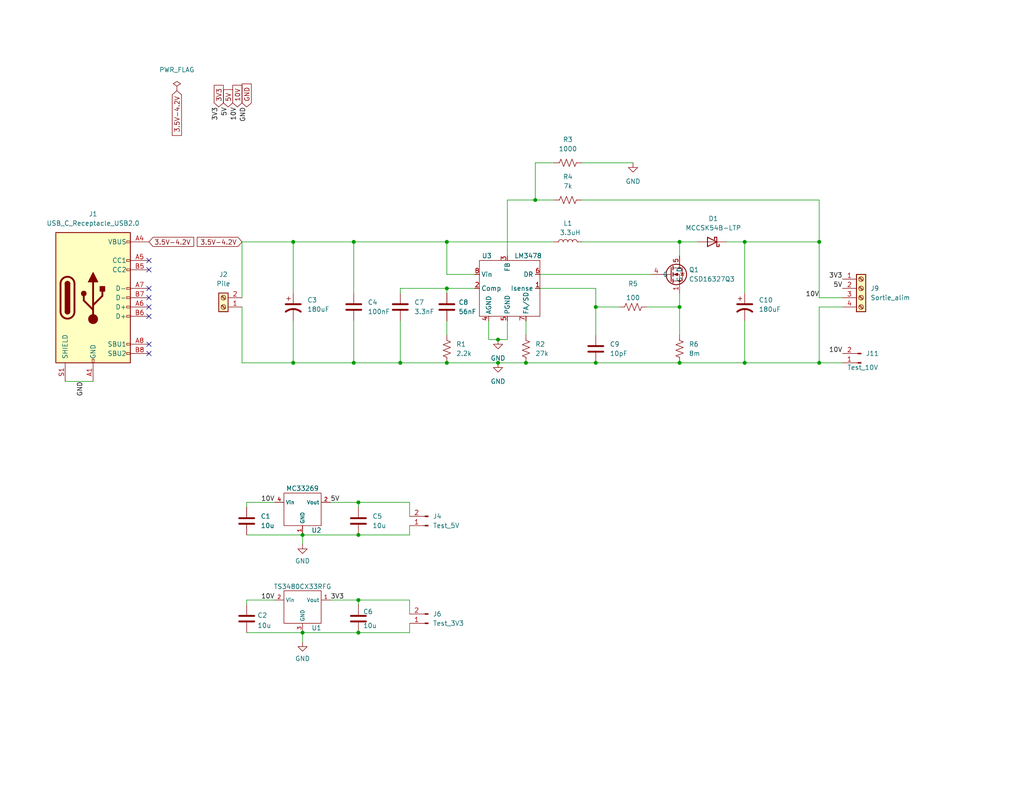
<source format=kicad_sch>
(kicad_sch (version 20211123) (generator eeschema)
  (paper "USLetter")
  (title_block (title "Ecou-Terre_PCB") (date "2023-01-23") (rev "v0") (company "CRIFA") (comment 1 "Eric Gingras") (comment 2 "Jacob Turcotte"))
  (lib_symbols
    (symbol "Connector:Conn_01x02_Male" (pin_names (offset 1.016) hide)
      (property "Reference" "J" (at 0 2.54 0))
      (property "Value" "Conn_01x02_Male" (at 0 -5.08 0))
      (symbol "Conn_01x02_Male_1_1"
        (polyline (pts (xy 1.27 -2.54) (xy 0.8636 -2.54)) (stroke (width 0.1524)))
        (polyline (pts (xy 1.27 0) (xy 0.8636 0)) (stroke (width 0.1524)))
        (rectangle (start 0.8636 -2.413) (end 0 -2.667) (stroke (width 0.1524)) (fill (type outline)))
        (rectangle (start 0.8636 0.127) (end 0 -0.127) (stroke (width 0.1524)) (fill (type outline)))
        (pin passive line (at 5.08 0 180) (length 3.81) (name "Pin_1") (number "1"))
        (pin passive line (at 5.08 -2.54 180) (length 3.81) (name "Pin_2") (number "2"))
      )
    )
    (symbol "Connector:Screw_Terminal_01x02" (pin_names (offset 1.016) hide)
      (property "Reference" "J" (at 0 2.54 0))
      (property "Value" "Screw_Terminal_01x02" (at 0 -5.08 0))
      (symbol "Screw_Terminal_01x02_1_1"
        (rectangle (start -1.27 1.27) (end 1.27 -3.81) (stroke (width 0.254)) (fill (type background)))
        (circle (center 0 -2.54) (radius 0.635) (stroke (width 0.1524)))
        (polyline (pts (xy -0.5334 -2.2098) (xy 0.3302 -3.048)) (stroke (width 0.1524)))
        (polyline (pts (xy -0.5334 0.3302) (xy 0.3302 -0.508)) (stroke (width 0.1524)))
        (polyline (pts (xy -0.3556 -2.032) (xy 0.508 -2.8702)) (stroke (width 0.1524)))
        (polyline (pts (xy -0.3556 0.508) (xy 0.508 -0.3302)) (stroke (width 0.1524)))
        (circle (center 0 0) (radius 0.635) (stroke (width 0.1524)))
        (pin passive line (at -5.08 0 0) (length 3.81) (name "Pin_1") (number "1"))
        (pin passive line (at -5.08 -2.54 0) (length 3.81) (name "Pin_2") (number "2"))
      )
    )
    (symbol "Connector:Screw_Terminal_01x04" (pin_names (offset 1.016) hide)
      (property "Reference" "J" (at 0 5.08 0))
      (property "Value" "Screw_Terminal_01x04" (at 0 -7.62 0))
      (symbol "Screw_Terminal_01x04_1_1"
        (rectangle (start -1.27 3.81) (end 1.27 -6.35) (stroke (width 0.254)) (fill (type background)))
        (circle (center 0 -5.08) (radius 0.635) (stroke (width 0.1524)))
        (circle (center 0 -2.54) (radius 0.635) (stroke (width 0.1524)))
        (polyline (pts (xy -0.5334 -4.7498) (xy 0.3302 -5.588)) (stroke (width 0.1524)))
        (polyline (pts (xy -0.5334 -2.2098) (xy 0.3302 -3.048)) (stroke (width 0.1524)))
        (polyline (pts (xy -0.5334 0.3302) (xy 0.3302 -0.508)) (stroke (width 0.1524)))
        (polyline (pts (xy -0.5334 2.8702) (xy 0.3302 2.032)) (stroke (width 0.1524)))
        (polyline (pts (xy -0.3556 -4.572) (xy 0.508 -5.4102)) (stroke (width 0.1524)))
        (polyline (pts (xy -0.3556 -2.032) (xy 0.508 -2.8702)) (stroke (width 0.1524)))
        (polyline (pts (xy -0.3556 0.508) (xy 0.508 -0.3302)) (stroke (width 0.1524)))
        (polyline (pts (xy -0.3556 3.048) (xy 0.508 2.2098)) (stroke (width 0.1524)))
        (circle (center 0 0) (radius 0.635) (stroke (width 0.1524)))
        (circle (center 0 2.54) (radius 0.635) (stroke (width 0.1524)))
        (pin passive line (at -5.08 2.54 0) (length 3.81) (name "Pin_1") (number "1"))
        (pin passive line (at -5.08 0 0) (length 3.81) (name "Pin_2") (number "2"))
        (pin passive line (at -5.08 -2.54 0) (length 3.81) (name "Pin_3") (number "3"))
        (pin passive line (at -5.08 -5.08 0) (length 3.81) (name "Pin_4") (number "4"))
      )
    )
    (symbol "Connector:USB_C_Receptacle_USB2.0" (pin_names (offset 1.016))
      (property "Reference" "J" (at -10.16 19.05 0))
      (property "Value" "USB_C_Receptacle_USB2.0" (at 19.05 19.05 0))
      (symbol "USB_C_Receptacle_USB2.0_0_0"
        (rectangle (start -0.254 -17.78) (end 0.254 -16.764))
        (rectangle (start 10.16 -14.986) (end 9.144 -15.494))
        (rectangle (start 10.16 -12.446) (end 9.144 -12.954))
        (rectangle (start 10.16 -4.826) (end 9.144 -5.334))
        (rectangle (start 10.16 -2.286) (end 9.144 -2.794))
        (rectangle (start 10.16 0.254) (end 9.144 -0.254))
        (rectangle (start 10.16 2.794) (end 9.144 2.286))
        (rectangle (start 10.16 7.874) (end 9.144 7.366))
        (rectangle (start 10.16 10.414) (end 9.144 9.906))
        (rectangle (start 10.16 15.494) (end 9.144 14.986))
      )
      (symbol "USB_C_Receptacle_USB2.0_0_1"
        (rectangle (start -10.16 17.78) (end 10.16 -17.78) (stroke (width 0.254)) (fill (type background)))
        (arc (start -8.89 -3.81) (mid -6.985 -5.715) (end -5.08 -3.81) (stroke (width 0.508)))
        (arc (start -7.62 -3.81) (mid -6.985 -4.445) (end -6.35 -3.81) (stroke (width 0.254)))
        (arc (start -7.62 -3.81) (mid -6.985 -4.445) (end -6.35 -3.81) (stroke (width 0.254)) (fill (type outline)))
        (rectangle (start -7.62 -3.81) (end -6.35 3.81) (stroke (width 0.254)) (fill (type outline)))
        (arc (start -6.35 3.81) (mid -6.985 4.445) (end -7.62 3.81) (stroke (width 0.254)))
        (arc (start -6.35 3.81) (mid -6.985 4.445) (end -7.62 3.81) (stroke (width 0.254)) (fill (type outline)))
        (arc (start -5.08 3.81) (mid -6.985 5.715) (end -8.89 3.81) (stroke (width 0.508)))
        (circle (center -2.54 1.143) (radius 0.635) (stroke (width 0.254)) (fill (type outline)))
        (circle (center 0 -5.842) (radius 1.27) (fill (type outline)))
        (polyline (pts (xy -8.89 -3.81) (xy -8.89 3.81)) (stroke (width 0.508)))
        (polyline (pts (xy -5.08 3.81) (xy -5.08 -3.81)) (stroke (width 0.508)))
        (polyline (pts (xy 0 -5.842) (xy 0 4.318)) (stroke (width 0.508)))
        (polyline (pts (xy 0 -3.302) (xy -2.54 -0.762) (xy -2.54 0.508)) (stroke (width 0.508)))
        (polyline (pts (xy 0 -2.032) (xy 2.54 0.508) (xy 2.54 1.778)) (stroke (width 0.508)))
        (polyline (pts (xy -1.27 4.318) (xy 0 6.858) (xy 1.27 4.318) (xy -1.27 4.318)) (stroke (width 0.254)) (fill (type outline)))
        (rectangle (start 1.905 1.778) (end 3.175 3.048) (stroke (width 0.254)) (fill (type outline)))
      )
      (symbol "USB_C_Receptacle_USB2.0_1_1"
        (pin passive line (at 0 -22.86 90) (length 5.08) (name "GND") (number "A1"))
        (pin passive line (at 0 -22.86 90) (length 5.08) hide (name "GND") (number "A12"))
        (pin passive line (at 15.24 15.24 180) (length 5.08) (name "VBUS") (number "A4"))
        (pin bidirectional line (at 15.24 10.16 180) (length 5.08) (name "CC1") (number "A5"))
        (pin bidirectional line (at 15.24 -2.54 180) (length 5.08) (name "D+") (number "A6"))
        (pin bidirectional line (at 15.24 2.54 180) (length 5.08) (name "D-") (number "A7"))
        (pin bidirectional line (at 15.24 -12.7 180) (length 5.08) (name "SBU1") (number "A8"))
        (pin passive line (at 15.24 15.24 180) (length 5.08) hide (name "VBUS") (number "A9"))
        (pin passive line (at 0 -22.86 90) (length 5.08) hide (name "GND") (number "B1"))
        (pin passive line (at 0 -22.86 90) (length 5.08) hide (name "GND") (number "B12"))
        (pin passive line (at 15.24 15.24 180) (length 5.08) hide (name "VBUS") (number "B4"))
        (pin bidirectional line (at 15.24 7.62 180) (length 5.08) (name "CC2") (number "B5"))
        (pin bidirectional line (at 15.24 -5.08 180) (length 5.08) (name "D+") (number "B6"))
        (pin bidirectional line (at 15.24 0 180) (length 5.08) (name "D-") (number "B7"))
        (pin bidirectional line (at 15.24 -15.24 180) (length 5.08) (name "SBU2") (number "B8"))
        (pin passive line (at 15.24 15.24 180) (length 5.08) hide (name "VBUS") (number "B9"))
        (pin passive line (at -7.62 -22.86 90) (length 5.08) (name "SHIELD") (number "S1"))
      )
    )
    (symbol "Custom:CSD16327Q3"
      (property "Reference" "Q" (at 3.81 1.27 0))
      (property "Value" "CSD16327Q3" (at 8.89 -1.27 0))
      (symbol "CSD16327Q3_0_1"
        (polyline (pts (xy -1.016 0) (xy -3.81 0)))
        (polyline (pts (xy -1.016 1.905) (xy -1.016 -1.905)) (stroke (width 0.254)))
        (polyline (pts (xy -0.508 -1.27) (xy -0.508 -2.286)) (stroke (width 0.254)))
        (polyline (pts (xy -0.508 0.508) (xy -0.508 -0.508)) (stroke (width 0.254)))
        (polyline (pts (xy -0.508 2.286) (xy -0.508 1.27)) (stroke (width 0.254)))
        (polyline (pts (xy 1.27 2.54) (xy 1.27 1.778)))
        (polyline (pts (xy 1.27 -2.54) (xy 1.27 0) (xy -0.508 0)))
        (polyline (pts (xy -0.508 -1.778) (xy 2.032 -1.778) (xy 2.032 1.778) (xy -0.508 1.778)))
        (polyline (pts (xy -0.254 0) (xy 0.762 0.381) (xy 0.762 -0.381) (xy -0.254 0)) (fill (type outline)))
        (polyline (pts (xy 1.524 0.508) (xy 1.651 0.381) (xy 2.413 0.381) (xy 2.54 0.254)))
        (polyline (pts (xy 2.032 0.381) (xy 1.651 -0.254) (xy 2.413 -0.254) (xy 2.032 0.381)))
        (circle (center 0.381 0) (radius 2.794) (stroke (width 0.254)))
        (circle (center 1.27 -1.778) (radius 0.254) (fill (type outline)))
        (circle (center 1.27 1.778) (radius 0.254) (fill (type outline)))
      )
      (symbol "CSD16327Q3_1_1"
        (pin passive line (at 1.27 -5.08 90) (length 2.54) (name "S") (number "1"))
        (pin passive line (at 1.27 -5.08 90) (length 2.54) hide (name "S") (number "2"))
        (pin passive line (at 1.27 -5.08 90) (length 2.54) hide (name "S") (number "3"))
        (pin passive line (at -6.35 0 0) (length 2.54) (name "G") (number "4"))
        (pin passive line (at 1.27 5.08 270) (length 2.54) (name "D") (number "5"))
        (pin passive line (at 1.27 5.08 270) (length 2.54) (name "D") (number "5"))
      )
    )
    (symbol "Custom:LM3478"
      (property "Reference" "U3" (at -6.985 8.89 0))
      (property "Value" "LM3478" (at 1.905 8.89 0))
      (symbol "LM3478_0_1"
        (polyline (pts (xy -7.62 7.62) (xy 8.89 7.62) (xy 8.89 -7.62) (xy -7.62 -7.62) (xy -7.62 7.62)) (stroke (width 0.1524)))
      )
      (symbol "LM3478_1_1"
        (pin input line (at 8.89 0 180) (length 1.27) (name "Isense") (number "1"))
        (pin input line (at -8.89 0 0) (length 1.27) (name "Comp") (number "2"))
        (pin input line (at 0 8.89 270) (length 1.27) (name "FB") (number "3"))
        (pin input line (at -5.08 -8.89 90) (length 1.27) (name "AGND") (number "4"))
        (pin input line (at 0 -8.89 90) (length 1.27) (name "PGND") (number "5"))
        (pin output line (at 8.89 3.81 180) (length 1.27) (name "DR") (number "6"))
        (pin input line (at 5.08 -8.89 90) (length 1.27) (name "FA/SD") (number "7"))
        (pin power_in line (at -8.89 3.81 0) (length 1.27) (name "Vin") (number "8"))
      )
    )
    (symbol "Custom:MC33269"
      (property "Reference" "U2" (at 2.54 -5.08 0))
      (property "Value" "MC33269" (at -1.27 6.35 0))
      (symbol "MC33269_0_1"
        (rectangle (start -6.35 5.08) (end 3.81 -3.81) (stroke (width 0.1524)))
      )
      (symbol "MC33269_1_1"
        (pin input line (at -1.27 -6.35 90) (length 2.5) (name "GND") (number "1"))
        (pin power_out line (at 6.35 2.54 180) (length 2.5) (name "Vout") (number "2"))
        (pin passive line (at 6.35 2.54 180) (length 2.5) hide (name "Vout") (number "3"))
        (pin power_in line (at -8.89 2.54 0) (length 2.5) (name "Vin") (number "4"))
        (pin passive line (at 6.35 2.54 180) (length 2.5) hide (name "Vout") (number "6"))
        (pin passive line (at 6.35 2.54 180) (length 2.5) hide (name "Vout") (number "7"))
      )
    )
    (symbol "Custom:TS3480CX33RFG"
      (property "Reference" "U1" (at 3.81 -10.16 0))
      (property "Value" "TS3480CX33RFG" (at 0 1.1406 0))
      (symbol "TS3480CX33RFG_0_1"
        (rectangle (start -5.08 0) (end 5.08 -8.89) (stroke (width 0.1524)))
      )
      (symbol "TS3480CX33RFG_1_1"
        (pin power_out line (at 7.62 -2.54 180) (length 2.5) (name "Vout") (number "1"))
        (pin power_in line (at -7.62 -2.54 0) (length 2.5) (name "Vin") (number "2"))
        (pin input line (at 0 -11.43 90) (length 2.5) (name "GND") (number "3"))
      )
    )
    (symbol "Device:C" (pin_numbers hide) (pin_names (offset 0.254))
      (property "Reference" "C" (at 0.635 2.54 0))
      (property "Value" "C" (at 0.635 -2.54 0))
      (symbol "C_0_1"
        (polyline (pts (xy -2.032 -0.762) (xy 2.032 -0.762)) (stroke (width 0.508)))
        (polyline (pts (xy -2.032 0.762) (xy 2.032 0.762)) (stroke (width 0.508)))
      )
      (symbol "C_1_1"
        (pin passive line (at 0 3.81 270) (length 2.794) (name "~") (number "1"))
        (pin passive line (at 0 -3.81 90) (length 2.794) (name "~") (number "2"))
      )
    )
    (symbol "Device:C_Polarized_US" (pin_numbers hide) (pin_names (offset 0.254) hide)
      (property "Reference" "C" (at 0.635 2.54 0))
      (property "Value" "C_Polarized_US" (at 0.635 -2.54 0))
      (symbol "C_Polarized_US_0_1"
        (polyline (pts (xy -2.032 0.762) (xy 2.032 0.762)) (stroke (width 0.508)))
        (polyline (pts (xy -1.778 2.286) (xy -0.762 2.286)))
        (polyline (pts (xy -1.27 1.778) (xy -1.27 2.794)))
        (arc (start 2.032 -1.27) (mid 0 -0.5572) (end -2.032 -1.27) (stroke (width 0.508)))
      )
      (symbol "C_Polarized_US_1_1"
        (pin passive line (at 0 3.81 270) (length 2.794) (name "~") (number "1"))
        (pin passive line (at 0 -3.81 90) (length 3.302) (name "~") (number "2"))
      )
    )
    (symbol "Device:D_Schottky" (pin_numbers hide) (pin_names (offset 1.016) hide)
      (property "Reference" "D" (at 0 2.54 0))
      (property "Value" "D_Schottky" (at 0 -2.54 0))
      (symbol "D_Schottky_0_1"
        (polyline (pts (xy 1.27 0) (xy -1.27 0)))
        (polyline (pts (xy 1.27 1.27) (xy 1.27 -1.27) (xy -1.27 0) (xy 1.27 1.27)) (stroke (width 0.254)))
        (polyline (pts (xy -1.905 0.635) (xy -1.905 1.27) (xy -1.27 1.27) (xy -1.27 -1.27) (xy -0.635 -1.27) (xy -0.635 -0.635)) (stroke (width 0.254)))
      )
      (symbol "D_Schottky_1_1"
        (pin passive line (at -3.81 0 0) (length 2.54) (name "K") (number "1"))
        (pin passive line (at 3.81 0 180) (length 2.54) (name "A") (number "2"))
      )
    )
    (symbol "Device:L" (pin_numbers hide) (pin_names (offset 1.016) hide)
      (property "Reference" "L" (at -1.27 0 90))
      (property "Value" "L" (at 1.905 0 90))
      (symbol "L_0_1"
        (arc (start 0 -2.54) (mid 0.635 -1.905) (end 0 -1.27))
        (arc (start 0 -1.27) (mid 0.635 -0.635) (end 0 0))
        (arc (start 0 0) (mid 0.635 0.635) (end 0 1.27))
        (arc (start 0 1.27) (mid 0.635 1.905) (end 0 2.54))
      )
      (symbol "L_1_1"
        (pin passive line (at 0 3.81 270) (length 1.27) (name "1") (number "1"))
        (pin passive line (at 0 -3.81 90) (length 1.27) (name "2") (number "2"))
      )
    )
    (symbol "Device:R_US" (pin_numbers hide) (pin_names (offset 0))
      (property "Reference" "R" (at 2.54 0 90))
      (property "Value" "R_US" (at -2.54 0 90))
      (symbol "R_US_0_1"
        (polyline (pts (xy 0 -2.286) (xy 0 -2.54)))
        (polyline (pts (xy 0 2.286) (xy 0 2.54)))
        (polyline (pts (xy 0 -0.762) (xy 1.016 -1.143) (xy 0 -1.524) (xy -1.016 -1.905) (xy 0 -2.286)))
        (polyline (pts (xy 0 0.762) (xy 1.016 0.381) (xy 0 0) (xy -1.016 -0.381) (xy 0 -0.762)))
        (polyline (pts (xy 0 2.286) (xy 1.016 1.905) (xy 0 1.524) (xy -1.016 1.143) (xy 0 0.762)))
      )
      (symbol "R_US_1_1"
        (pin passive line (at 0 3.81 270) (length 1.27) (name "~") (number "1"))
        (pin passive line (at 0 -3.81 90) (length 1.27) (name "~") (number "2"))
      )
    )
    (symbol "power:GND" (power) (pin_names (offset 0))
      (property "Value" "GND" (at 0 -3.81 0))
      (symbol "GND_0_1"
        (polyline (pts (xy 0 0) (xy 0 -1.27) (xy 1.27 -1.27) (xy 0 -2.54) (xy -1.27 -1.27) (xy 0 -1.27)))
      )
      (symbol "GND_1_1"
        (pin power_in line (at 0 0 270) (length 0) hide (name "GND") (number "1"))
      )
    )
    (symbol "power:PWR_FLAG" (power) (pin_numbers hide) (pin_names (offset 0) hide)
      (property "Value" "PWR_FLAG" (at 0 3.81 0))
      (symbol "PWR_FLAG_0_0"
        (pin power_out line (at 0 0 90) (length 0) (name "pwr") (number "1"))
      )
      (symbol "PWR_FLAG_0_1"
        (polyline (pts (xy 0 0) (xy 0 1.27) (xy -1.016 1.905) (xy 0 2.54) (xy 1.016 1.905) (xy 0 1.27)))
      )
    )
  )
  (junction (at 162.56 99.06))
  (junction (at 96.52 99.06))
  (junction (at 82.55 172.72))
  (junction (at 82.55 146.05))
  (junction (at 97.79 137.16))
  (junction (at 185.42 66.04))
  (junction (at 143.51 99.06))
  (junction (at 203.2 99.06))
  (junction (at 96.52 66.04))
  (junction (at 185.42 83.82))
  (junction (at 121.92 78.74))
  (junction (at 185.42 99.06))
  (junction (at 109.22 99.06))
  (junction (at 135.89 99.06))
  (junction (at 97.79 163.83))
  (junction (at 135.89 92.71))
  (junction (at 162.56 83.82))
  (junction (at 146.05 54.61))
  (junction (at 80.01 99.06))
  (junction (at 97.79 172.72))
  (junction (at 121.92 66.04))
  (junction (at 80.01 66.04))
  (junction (at 223.52 99.06))
  (junction (at 121.92 99.06))
  (junction (at 223.52 66.04))
  (junction (at 203.2 66.04))
  (junction (at 97.79 146.05))
  (no_connect (at 40.64 71.12))
  (no_connect (at 40.64 73.66))
  (no_connect (at 40.64 78.74))
  (no_connect (at 40.64 81.28))
  (no_connect (at 40.64 83.82))
  (no_connect (at 40.64 86.36))
  (no_connect (at 40.64 93.98))
  (no_connect (at 40.64 96.52))
  (wire (pts (xy 111.76 137.16) (xy 97.79 137.16)))
  (wire (pts (xy 143.51 87.63) (xy 143.51 91.44)))
  (wire (pts (xy 66.04 99.06) (xy 80.01 99.06)))
  (wire (pts (xy 66.04 83.82) (xy 66.04 99.06)))
  (wire (pts (xy 121.92 99.06) (xy 135.89 99.06)))
  (wire (pts (xy 229.87 99.06) (xy 223.52 99.06)))
  (wire (pts (xy 121.92 78.74) (xy 129.54 78.74)))
  (wire (pts (xy 203.2 99.06) (xy 185.42 99.06)))
  (wire (pts (xy 67.31 137.16) (xy 74.93 137.16)))
  (wire (pts (xy 74.93 163.83) (xy 67.31 163.83)))
  (wire (pts (xy 229.87 83.82) (xy 223.52 83.82)))
  (wire (pts (xy 133.35 87.63) (xy 133.35 92.71)))
  (wire (pts (xy 121.92 78.74) (xy 121.92 80.01)))
  (wire (pts (xy 185.42 66.04) (xy 190.5 66.04)))
  (wire (pts (xy 147.32 78.74) (xy 162.56 78.74)))
  (wire (pts (xy 67.31 172.72) (xy 82.55 172.72)))
  (wire (pts (xy 162.56 78.74) (xy 162.56 83.82)))
  (wire (pts (xy 82.55 172.72) (xy 97.79 172.72)))
  (wire (pts (xy 82.55 146.05) (xy 82.55 148.59)))
  (wire (pts (xy 111.76 146.05) (xy 97.79 146.05)))
  (wire (pts (xy 121.92 66.04) (xy 151.13 66.04)))
  (wire (pts (xy 223.52 83.82) (xy 223.52 99.06)))
  (wire (pts (xy 17.78 104.14) (xy 25.4 104.14)))
  (wire (pts (xy 121.92 74.93) (xy 121.92 66.04)))
  (wire (pts (xy 67.31 146.05) (xy 82.55 146.05)))
  (wire (pts (xy 66.04 81.28) (xy 66.04 66.04)))
  (wire (pts (xy 203.2 66.04) (xy 203.2 80.01)))
  (wire (pts (xy 111.76 163.83) (xy 97.79 163.83)))
  (wire (pts (xy 176.53 83.82) (xy 185.42 83.82)))
  (wire (pts (xy 111.76 172.72) (xy 97.79 172.72)))
  (wire (pts (xy 80.01 99.06) (xy 96.52 99.06)))
  (wire (pts (xy 67.31 137.16) (xy 67.31 138.43)))
  (wire (pts (xy 109.22 80.01) (xy 109.22 78.74)))
  (wire (pts (xy 158.75 44.45) (xy 172.72 44.45)))
  (wire (pts (xy 80.01 80.01) (xy 80.01 66.04)))
  (wire (pts (xy 135.89 99.06) (xy 143.51 99.06)))
  (wire (pts (xy 96.52 99.06) (xy 109.22 99.06)))
  (wire (pts (xy 66.04 66.04) (xy 80.01 66.04)))
  (wire (pts (xy 135.89 92.71) (xy 138.43 92.71)))
  (wire (pts (xy 147.32 74.93) (xy 177.8 74.93)))
  (wire (pts (xy 185.42 69.85) (xy 185.42 66.04)))
  (wire (pts (xy 96.52 87.63) (xy 96.52 99.06)))
  (wire (pts (xy 90.17 163.83) (xy 97.79 163.83)))
  (wire (pts (xy 109.22 87.63) (xy 109.22 99.06)))
  (wire (pts (xy 138.43 87.63) (xy 138.43 92.71)))
  (wire (pts (xy 162.56 83.82) (xy 162.56 91.44)))
  (wire (pts (xy 111.76 170.18) (xy 111.76 172.72)))
  (wire (pts (xy 229.87 81.28) (xy 223.52 81.28)))
  (wire (pts (xy 203.2 87.63) (xy 203.2 99.06)))
  (wire (pts (xy 109.22 78.74) (xy 121.92 78.74)))
  (wire (pts (xy 96.52 66.04) (xy 121.92 66.04)))
  (wire (pts (xy 97.79 137.16) (xy 97.79 138.43)))
  (wire (pts (xy 138.43 54.61) (xy 138.43 69.85)))
  (wire (pts (xy 223.52 66.04) (xy 203.2 66.04)))
  (wire (pts (xy 80.01 66.04) (xy 96.52 66.04)))
  (wire (pts (xy 133.35 92.71) (xy 135.89 92.71)))
  (wire (pts (xy 90.17 137.16) (xy 97.79 137.16)))
  (wire (pts (xy 82.55 146.05) (xy 97.79 146.05)))
  (wire (pts (xy 168.91 83.82) (xy 162.56 83.82)))
  (wire (pts (xy 146.05 54.61) (xy 138.43 54.61)))
  (wire (pts (xy 109.22 99.06) (xy 121.92 99.06)))
  (wire (pts (xy 223.52 81.28) (xy 223.52 66.04)))
  (wire (pts (xy 185.42 80.01) (xy 185.42 83.82)))
  (wire (pts (xy 162.56 99.06) (xy 185.42 99.06)))
  (wire (pts (xy 185.42 83.82) (xy 185.42 91.44)))
  (wire (pts (xy 151.13 44.45) (xy 146.05 44.45)))
  (wire (pts (xy 67.31 163.83) (xy 67.31 165.1)))
  (wire (pts (xy 158.75 66.04) (xy 185.42 66.04)))
  (wire (pts (xy 80.01 87.63) (xy 80.01 99.06)))
  (wire (pts (xy 223.52 99.06) (xy 203.2 99.06)))
  (wire (pts (xy 121.92 74.93) (xy 129.54 74.93)))
  (wire (pts (xy 96.52 80.01) (xy 96.52 66.04)))
  (wire (pts (xy 198.12 66.04) (xy 203.2 66.04)))
  (wire (pts (xy 97.79 163.83) (xy 97.79 165.1)))
  (wire (pts (xy 146.05 44.45) (xy 146.05 54.61)))
  (wire (pts (xy 223.52 54.61) (xy 223.52 66.04)))
  (wire (pts (xy 121.92 87.63) (xy 121.92 91.44)))
  (wire (pts (xy 158.75 54.61) (xy 223.52 54.61)))
  (wire (pts (xy 111.76 143.51) (xy 111.76 146.05)))
  (wire (pts (xy 111.76 167.64) (xy 111.76 163.83)))
  (wire (pts (xy 143.51 99.06) (xy 162.56 99.06)))
  (wire (pts (xy 151.13 54.61) (xy 146.05 54.61)))
  (wire (pts (xy 82.55 172.72) (xy 82.55 175.26)))
  (wire (pts (xy 111.76 140.97) (xy 111.76 137.16)))
  (label "GND" (at 22.86 104.14 270))
  (label "5V" (at 229.87 78.74 180))
  (label "5V" (at 62.23 29.21 270))
  (label "3V3" (at 59.69 29.21 270))
  (label "3V3" (at 90.17 163.83 0))
  (label "5V" (at 90.17 137.16 0))
  (label "3V3" (at 229.87 76.2 180))
  (label "10V" (at 74.93 137.16 180))
  (label "10V" (at 74.93 163.83 180))
  (label "10V" (at 229.87 96.52 180))
  (label "10V" (at 223.52 81.28 180))
  (label "10V" (at 64.77 29.21 270))
  (label "GND" (at 67.31 29.21 270))
  (global_label "GND" (shape input) (at 67.31 29.21 90) (property "Intersheet References" "${INTERSHEET_REFS}" (effects hide)))
  (global_label "5V" (shape input) (at 62.23 29.21 90) (property "Intersheet References" "${INTERSHEET_REFS}" (effects hide)))
  (global_label "10V" (shape input) (at 64.77 29.21 90) (property "Intersheet References" "${INTERSHEET_REFS}" (effects hide)))
  (global_label "3V3" (shape input) (at 59.69 29.21 90) (property "Intersheet References" "${INTERSHEET_REFS}" (effects hide)))
  (global_label "3.5V-4.2V" (shape input) (at 48.26 24.765 270) (property "Intersheet References" "${INTERSHEET_REFS}" (effects hide)))
  (global_label "3.5V-4.2V" (shape input) (at 66.04 66.04 180) (property "Intersheet References" "${INTERSHEET_REFS}" (effects hide)))
  (global_label "3.5V-4.2V" (shape input) (at 40.64 66.04 0) (property "Intersheet References" "${INTERSHEET_REFS}" (effects hide)))
  (symbol (lib_id "Custom:MC33269") (at 83.82 139.7 0) (unit 1)
    (property "Reference" "U2" (at 86.36 144.78 0))
    (property "Value" "MC33269" (at 82.55 133.35 0))
    (property "Footprint" "Package_SO:SO-8_3.9x4.9mm_P1.27mm" (effects hide))
  )
  (symbol (lib_id "Device:D_Schottky") (at 194.31 66.04 180) (unit 1)
    (property "Reference" "D1" (at 194.6275 59.69 0))
    (property "Value" "MCCSK54B-LTP" (at 194.6275 62.23 0))
    (property "Footprint" "Diode_SMD:D_SMB" (effects hide))
  )
  (symbol (lib_id "Connector:Screw_Terminal_01x02") (at 60.96 83.82 180) (unit 1)
    (property "Reference" "J2" (at 60.96 74.93 0))
    (property "Value" "Pile" (at 60.96 77.47 0))
    (property "Footprint" "TerminalBlock:TerminalBlock_bornier-2_P5.08mm" (effects hide))
  )
  (symbol (lib_id "Device:C_Polarized_US") (at 203.2 83.82 0) (unit 1)
    (property "Reference" "C10" (at 207.01 81.9149 0) (effects (justify left)))
    (property "Value" "180uF" (at 207.01 84.4549 0) (effects (justify left)))
    (property "Footprint" "Capacitor_SMD:CP_Elec_6.3x9.9" (effects hide))
  )
  (symbol (lib_id "power:GND") (at 82.55 148.59 0) (unit 1)
    (property "Reference" "#PWR02" (effects hide))
    (property "Value" "GND" (at 82.55 153.1525 0))
  )
  (symbol (lib_id "power:GND") (at 135.89 92.71 0) (unit 1)
    (property "Reference" "#PWR04" (effects hide))
    (property "Value" "GND" (at 135.89 97.79 0))
  )
  (symbol (lib_id "Device:R_US") (at 121.92 95.25 0) (unit 1)
    (property "Reference" "R1" (at 124.46 93.9799 0) (effects (justify left)))
    (property "Value" "2.2k" (at 124.46 96.5199 0) (effects (justify left)))
    (property "Footprint" "Resistor_SMD:R_0805_2012Metric" (effects hide))
  )
  (symbol (lib_id "Device:C") (at 121.92 83.82 0) (unit 1)
    (property "Reference" "C8" (at 125.095 82.55 0) (effects (justify left)))
    (property "Value" "56nF" (at 125.095 85.09 0) (effects (justify left)))
    (property "Footprint" "Capacitor_SMD:C_0805_2012Metric_Pad1.18x1.45mm_HandSolder" (effects hide))
  )
  (symbol (lib_id "Connector:Conn_01x02_Male") (at 116.84 143.51 180) (unit 1)
    (property "Reference" "J4" (at 118.11 140.9699 0) (effects (justify right)))
    (property "Value" "Test_5V" (at 118.11 143.5099 0) (effects (justify right)))
    (property "Footprint" "Connector_PinHeader_2.54mm:PinHeader_1x02_P2.54mm_Vertical" (effects hide))
  )
  (symbol (lib_id "Device:R_US") (at 154.94 54.61 90) (unit 1)
    (property "Reference" "R4" (at 154.94 48.26 90))
    (property "Value" "7k" (at 154.94 50.8 90))
    (property "Footprint" "Resistor_SMD:R_0805_2012Metric" (effects hide))
  )
  (symbol (lib_id "Connector:Screw_Terminal_01x04") (at 234.95 78.74 0) (unit 1)
    (property "Reference" "J9" (at 237.49 78.7399 0) (effects (justify left)))
    (property "Value" "Sortie_alim" (at 237.49 81.2799 0) (effects (justify left)))
    (property "Footprint" "TerminalBlock:TerminalBlock_bornier-4_P5.08mm" (effects hide))
  )
  (symbol (lib_id "Device:C") (at 67.31 142.24 0) (unit 1)
    (property "Reference" "C1" (at 71.12 140.9699 0) (effects (justify left)))
    (property "Value" "10u" (at 71.12 143.5099 0) (effects (justify left)))
    (property "Footprint" "Capacitor_SMD:C_0805_2012Metric_Pad1.18x1.45mm_HandSolder" (effects hide))
  )
  (symbol (lib_id "power:GND") (at 82.55 175.26 0) (unit 1)
    (property "Reference" "#PWR03" (effects hide))
    (property "Value" "GND" (at 82.55 179.8225 0))
  )
  (symbol (lib_id "Connector:Conn_01x02_Male") (at 116.84 170.18 180) (unit 1)
    (property "Reference" "J6" (at 118.11 167.6399 0) (effects (justify right)))
    (property "Value" "Test_3V3" (at 118.11 170.1799 0) (effects (justify right)))
    (property "Footprint" "Connector_PinHeader_2.54mm:PinHeader_1x02_P2.54mm_Vertical" (effects hide))
  )
  (symbol (lib_id "Connector:Conn_01x02_Male") (at 234.95 99.06 180) (unit 1)
    (property "Reference" "J11" (at 236.22 96.5199 0) (effects (justify right)))
    (property "Value" "Test_10V" (at 231.14 100.33 0) (effects (justify right)))
    (property "Footprint" "Connector_PinHeader_2.54mm:PinHeader_1x02_P2.54mm_Vertical" (effects hide))
  )
  (symbol (lib_id "power:GND") (at 172.72 44.45 0) (unit 1)
    (property "Reference" "#PWR06" (effects hide))
    (property "Value" "GND" (at 172.72 49.53 0))
  )
  (symbol (lib_id "Device:C") (at 162.56 95.25 0) (unit 1)
    (property "Reference" "C9" (at 166.37 93.9799 0) (effects (justify left)))
    (property "Value" "10pF" (at 166.37 96.5199 0) (effects (justify left)))
    (property "Footprint" "Capacitor_SMD:C_0805_2012Metric_Pad1.18x1.45mm_HandSolder" (effects hide))
  )
  (symbol (lib_id "Device:C") (at 96.52 83.82 0) (unit 1)
    (property "Reference" "C4" (at 100.33 82.5499 0) (effects (justify left)))
    (property "Value" "100nF" (at 100.33 85.0899 0) (effects (justify left)))
    (property "Footprint" "Capacitor_SMD:C_0805_2012Metric_Pad1.18x1.45mm_HandSolder" (effects hide))
  )
  (symbol (lib_id "Device:R_US") (at 185.42 95.25 180) (unit 1)
    (property "Reference" "R6" (at 187.96 93.9799 0) (effects (justify right)))
    (property "Value" "8m" (at 187.96 96.5199 0) (effects (justify right)))
    (property "Footprint" "Resistor_SMD:R_0815_2038Metric_Pad1.20x4.05mm_HandSolder" (effects hide))
  )
  (symbol (lib_id "Device:C_Polarized_US") (at 80.01 83.82 0) (unit 1)
    (property "Reference" "C3" (at 83.82 81.9149 0) (effects (justify left)))
    (property "Value" "180uF" (at 83.82 84.4549 0) (effects (justify left)))
    (property "Footprint" "Capacitor_SMD:CP_Elec_6.3x9.9" (effects hide))
  )
  (symbol (lib_id "Device:C") (at 97.79 142.24 0) (unit 1)
    (property "Reference" "C5" (at 101.6 140.9699 0) (effects (justify left)))
    (property "Value" "10u" (at 101.6 143.5099 0) (effects (justify left)))
    (property "Footprint" "Capacitor_SMD:C_0805_2012Metric_Pad1.18x1.45mm_HandSolder" (effects hide))
  )
  (symbol (lib_id "Device:C") (at 67.31 168.91 0) (unit 1)
    (property "Reference" "C2" (at 70.231 168.0015 0) (effects (justify left)))
    (property "Value" "10u" (at 70.231 170.7766 0) (effects (justify left)))
    (property "Footprint" "Capacitor_SMD:C_0805_2012Metric_Pad1.18x1.45mm_HandSolder" (effects hide))
  )
  (symbol (lib_id "Device:C") (at 109.22 83.82 0) (unit 1)
    (property "Reference" "C7" (at 113.03 82.5499 0) (effects (justify left)))
    (property "Value" "3.3nF" (at 113.03 85.0899 0) (effects (justify left)))
    (property "Footprint" "Capacitor_SMD:C_0805_2012Metric_Pad1.18x1.45mm_HandSolder" (effects hide))
  )
  (symbol (lib_id "Custom:LM3478") (at 138.43 78.74 0) (unit 1)
    (property "Reference" "U3" (at 131.445 69.85 0) (effects (justify left)))
    (property "Value" "LM3478" (at 140.335 69.85 0) (effects (justify left)))
    (property "Footprint" "Package_SO:SOIC-8_3.9x4.9mm_P1.27mm" (effects hide))
  )
  (symbol (lib_id "Connector:USB_C_Receptacle_USB2.0") (at 25.4 81.28 0) (unit 1)
    (property "Reference" "J1" (at 25.4 58.42 0))
    (property "Value" "USB_C_Receptacle_USB2.0" (at 25.4 60.96 0))
    (property "Footprint" "Connector_USB:USB_C_Receptacle_HRO_TYPE-C-31-M-12" (effects hide))
    (property "Datasheet" "https://www.usb.org/sites/default/files/documents/usb_type-c.zip" (effects hide))
  )
  (symbol (lib_id "Custom:TS3480CX33RFG") (at 82.55 161.29 0) (unit 1)
    (property "Reference" "U1" (at 86.36 171.45 0))
    (property "Value" "TS3480CX33RFG" (at 82.55 160.1494 0))
    (property "Footprint" "Package_TO_SOT_SMD:SOT-23" (effects hide))
  )
  (symbol (lib_id "Custom:CSD16327Q3") (at 184.15 74.93 0) (unit 1)
    (property "Reference" "Q1" (at 187.96 73.66 0) (effects (justify left)))
    (property "Value" "CSD16327Q3" (at 187.96 76.2 0) (effects (justify left)))
    (property "Footprint" "Package_SON:VSON-8_3.3x3.3mm_P0.65mm_NexFET" (effects hide))
  )
  (symbol (lib_id "power:GND") (at 135.89 99.06 0) (unit 1)
    (property "Reference" "#PWR05" (effects hide))
    (property "Value" "GND" (at 135.89 104.14 0))
  )
  (symbol (lib_id "Device:C") (at 97.79 168.91 0) (unit 1)
    (property "Reference" "C6" (at 99.06 167.005 0) (effects (justify left)))
    (property "Value" "10u" (at 99.06 170.815 0) (effects (justify left)))
    (property "Footprint" "Capacitor_SMD:C_0805_2012Metric_Pad1.18x1.45mm_HandSolder" (effects hide))
  )
  (symbol (lib_id "Device:R_US") (at 172.72 83.82 90) (unit 1)
    (property "Reference" "R5" (at 172.72 77.47 90))
    (property "Value" "100" (at 172.72 81.28 90))
    (property "Footprint" "Resistor_SMD:R_0805_2012Metric" (effects hide))
  )
  (symbol (lib_id "power:PWR_FLAG") (at 48.26 24.765 0) (unit 1)
    (property "Reference" "#FLG03" (effects hide))
    (property "Value" "PWR_FLAG" (at 48.26 19.05 0))
  )
  (symbol (lib_id "Device:L") (at 154.94 66.04 90) (unit 1)
    (property "Reference" "L1" (at 154.94 60.96 90))
    (property "Value" "3.3uH" (at 155.575 63.5 90))
    (property "Footprint" "Inductor_SMD:L_Vishay_IHLP-4040" (effects hide))
  )
  (symbol (lib_id "Device:R_US") (at 154.94 44.45 90) (unit 1)
    (property "Reference" "R3" (at 154.94 38.1 90))
    (property "Value" "1000" (at 154.94 40.64 90))
    (property "Footprint" "Resistor_SMD:R_0805_2012Metric" (effects hide))
  )
  (symbol (lib_id "Device:R_US") (at 143.51 95.25 0) (unit 1)
    (property "Reference" "R2" (at 146.05 93.9799 0) (effects (justify left)))
    (property "Value" "27k" (at 146.05 96.5199 0) (effects (justify left)))
    (property "Footprint" "Resistor_SMD:R_0805_2012Metric" (effects hide))
  )
)
</source>
